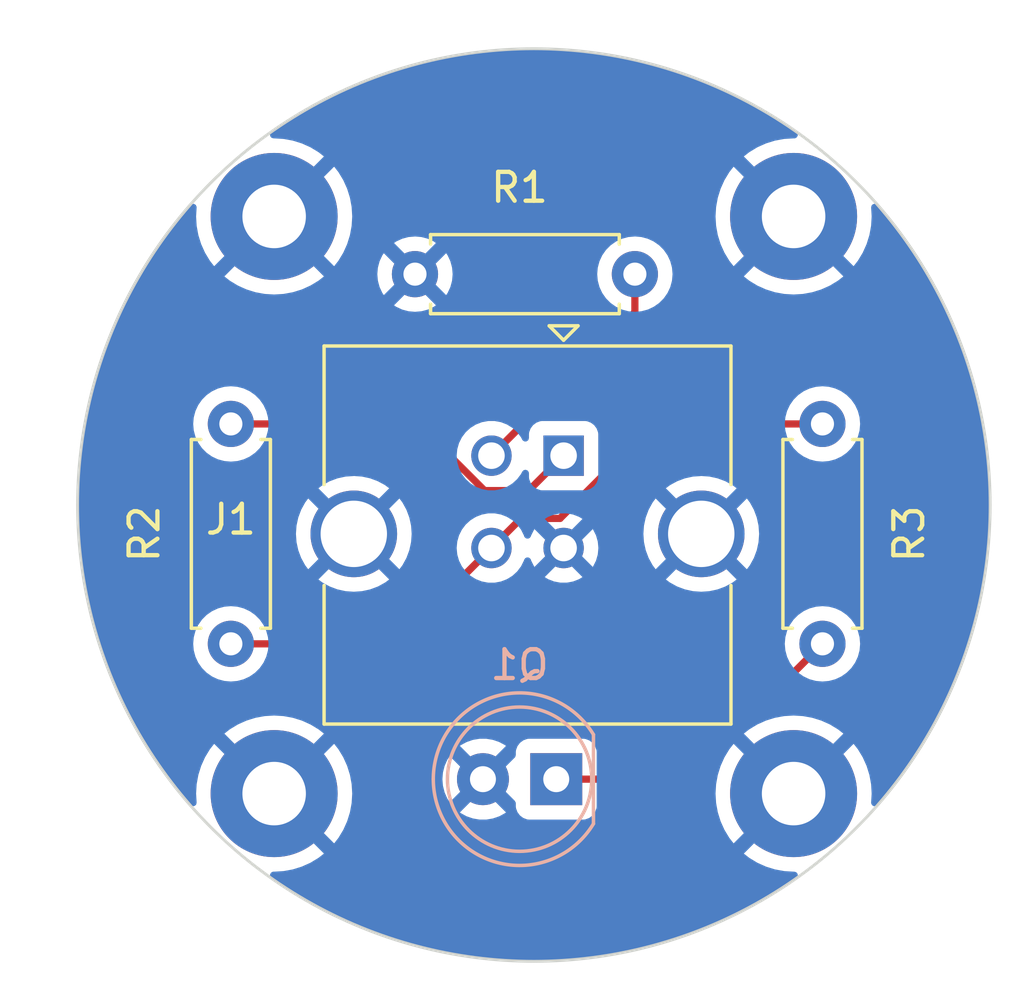
<source format=kicad_pcb>
(kicad_pcb (version 20221018) (generator pcbnew)
  (layers (0 "F.Cu" signal) (31 "B.Cu" signal) (34 "B.Paste" user) (35 "F.Paste" user) (36 "B.SilkS" user "B.Silkscreen") (37 "F.SilkS" user "F.Silkscreen") (38 "B.Mask" user) (39 "F.Mask" user) (44 "Edge.Cuts" user))
  (net 0 "")
  (net 1 "GND")
  (net 2 "+5V")
  (net 3 "Net-(Q1-C)")
  (net 4 "Net-(J1-D-)")
  (net 5 "Net-(J1-D+)")
  (footprint "Resistor_THT:R_Axial_DIN0207_L6.3mm_D2.5mm_P7.62mm_Horizontal" (layer "F.Cu") (at 138 79.31 90)
    (fp_text reference "R3" (at 3.81 3 90) (layer "F.SilkS"))
    (fp_text value "1k")
    (fp_line (start 0.54 -1.37) (end 7.08 -1.37) (stroke (width 0.12)) (layer "F.SilkS"))
    (fp_line (start 0.54 -1.04) (end 0.54 -1.37) (stroke (width 0.12)) (layer "F.SilkS"))
    (fp_line (start 0.54 1.04) (end 0.54 1.37) (stroke (width 0.12)) (layer "F.SilkS"))
    (fp_line (start 0.54 1.37) (end 7.08 1.37) (stroke (width 0.12)) (layer "F.SilkS"))
    (fp_line (start 7.08 -1.37) (end 7.08 -1.04) (stroke (width 0.12)) (layer "F.SilkS"))
    (fp_line (start 7.08 1.37) (end 7.08 1.04) (stroke (width 0.12)) (layer "F.SilkS"))
    (pad "1" thru_hole circle (at 0 0 90) (size 1.6 1.6) (drill 0.8) (layers "*.Cu" "*.Mask") (net 3 "Net-(Q1-C)"))
    (pad "2" thru_hole oval (at 7.62 0 90) (size 1.6 1.6) (drill 0.8) (layers "*.Cu" "*.Mask") (net 5 "Net-(J1-D+)"))
  )
  (footprint "MountingHole:MountingHole_2.2mm_M2_Pad" (layer "F.Cu") (at 137 64.5)
    (fp_text reference "H2" hide)
    (fp_text value "MountingHole_Pad")
    (pad "1" thru_hole circle (at 0 0) (size 4.4 4.4) (drill 2.2) (layers "*.Cu" "*.Mask") (net 1 "GND"))
  )
  (footprint "MountingHole:MountingHole_2.2mm_M2_Pad" (layer "F.Cu") (at 119 64.5)
    (fp_text reference "H1" hide)
    (fp_text value "MountingHole_Pad")
    (pad "1" thru_hole circle (at 0 0) (size 4.4 4.4) (drill 2.2) (layers "*.Cu" "*.Mask") (net 1 "GND"))
  )
  (footprint "MountingHole:MountingHole_2.2mm_M2_Pad" (layer "F.Cu") (at 119 84.5)
    (fp_text reference "H3" hide)
    (fp_text value "MountingHole_Pad")
    (pad "1" thru_hole circle (at 0 0) (size 4.4 4.4) (drill 2.2) (layers "*.Cu" "*.Mask") (net 1 "GND"))
  )
  (footprint "MountingHole:MountingHole_2.2mm_M2_Pad" (layer "F.Cu") (at 137 84.5)
    (fp_text reference "H4" hide)
    (fp_text value "MountingHole_Pad")
    (pad "1" thru_hole circle (at 0 0) (size 4.4 4.4) (drill 2.2) (layers "*.Cu" "*.Mask") (net 1 "GND"))
  )
  (footprint "Resistor_THT:R_Axial_DIN0207_L6.3mm_D2.5mm_P7.62mm_Horizontal" (layer "F.Cu") (at 117.5 79.31 90)
    (fp_text reference "R2" (at 3.81 -3 90) (layer "F.SilkS"))
    (fp_text value "1k")
    (fp_line (start 0.54 -1.37) (end 7.08 -1.37) (stroke (width 0.12)) (layer "F.SilkS"))
    (fp_line (start 0.54 -1.04) (end 0.54 -1.37) (stroke (width 0.12)) (layer "F.SilkS"))
    (fp_line (start 0.54 1.04) (end 0.54 1.37) (stroke (width 0.12)) (layer "F.SilkS"))
    (fp_line (start 0.54 1.37) (end 7.08 1.37) (stroke (width 0.12)) (layer "F.SilkS"))
    (fp_line (start 7.08 -1.37) (end 7.08 -1.04) (stroke (width 0.12)) (layer "F.SilkS"))
    (fp_line (start 7.08 1.37) (end 7.08 1.04) (stroke (width 0.12)) (layer "F.SilkS"))
    (pad "1" thru_hole circle (at 0 0 90) (size 1.6 1.6) (drill 0.8) (layers "*.Cu" "*.Mask") (net 5 "Net-(J1-D+)"))
    (pad "2" thru_hole oval (at 7.62 0 90) (size 1.6 1.6) (drill 0.8) (layers "*.Cu" "*.Mask") (net 2 "+5V"))
  )
  (footprint "Resistor_THT:R_Axial_DIN0207_L6.3mm_D2.5mm_P7.62mm_Horizontal" (layer "F.Cu") (at 123.88 66.5)
    (fp_text reference "R1" (at 3.62 -3) (layer "F.SilkS"))
    (fp_text value "1k")
    (fp_line (start 0.54 -1.37) (end 7.08 -1.37) (stroke (width 0.12)) (layer "F.SilkS"))
    (fp_line (start 0.54 -1.04) (end 0.54 -1.37) (stroke (width 0.12)) (layer "F.SilkS"))
    (fp_line (start 0.54 1.04) (end 0.54 1.37) (stroke (width 0.12)) (layer "F.SilkS"))
    (fp_line (start 0.54 1.37) (end 7.08 1.37) (stroke (width 0.12)) (layer "F.SilkS"))
    (fp_line (start 7.08 -1.37) (end 7.08 -1.04) (stroke (width 0.12)) (layer "F.SilkS"))
    (fp_line (start 7.08 1.37) (end 7.08 1.04) (stroke (width 0.12)) (layer "F.SilkS"))
    (pad "1" thru_hole circle (at 0 0) (size 1.6 1.6) (drill 0.8) (layers "*.Cu" "*.Mask") (net 1 "GND"))
    (pad "2" thru_hole oval (at 7.62 0) (size 1.6 1.6) (drill 0.8) (layers "*.Cu" "*.Mask") (net 4 "Net-(J1-D-)"))
  )
  (footprint "Connector_USB:USB_B_TE_5787834_Vertical" (layer "F.Cu") (at 129.03 72.79)
    (fp_text reference "J1" (at -11.53 2.21) (layer "F.SilkS"))
    (fp_text value "USB_B")
    (fp_line (start -8.3 -3.8) (end 5.8 -3.8) (stroke (width 0.12)) (layer "F.SilkS"))
    (fp_line (start -8.3 1) (end -8.3 -3.8) (stroke (width 0.12)) (layer "F.SilkS"))
    (fp_line (start -8.3 9.3) (end -8.3 4.5) (stroke (width 0.12)) (layer "F.SilkS"))
    (fp_line (start -0.5 -4.5) (end 0 -4) (stroke (width 0.12)) (layer "F.SilkS"))
    (fp_line (start 0 -4) (end 0.5 -4.5) (stroke (width 0.12)) (layer "F.SilkS"))
    (fp_line (start 0.5 -4.5) (end -0.5 -4.5) (stroke (width 0.12)) (layer "F.SilkS"))
    (fp_line (start 5.8 -3.8) (end 5.8 1) (stroke (width 0.12)) (layer "F.SilkS"))
    (fp_line (start 5.8 4.5) (end 5.8 9.3) (stroke (width 0.12)) (layer "F.SilkS"))
    (fp_line (start 5.8 9.3) (end -8.3 9.3) (stroke (width 0.12)) (layer "F.SilkS"))
    (pad "1" thru_hole rect (at 0 0) (size 1.4 1.4) (drill 0.92) (layers "*.Cu" "*.Mask") (net 2 "+5V"))
    (pad "2" thru_hole circle (at -2.5 0) (size 1.4 1.4) (drill 0.92) (layers "*.Cu" "*.Mask") (net 4 "Net-(J1-D-)"))
    (pad "3" thru_hole circle (at -2.5 3.2) (size 1.4 1.4) (drill 0.92) (layers "*.Cu" "*.Mask") (net 5 "Net-(J1-D+)"))
    (pad "4" thru_hole circle (at 0 3.2) (size 1.4 1.4) (drill 0.92) (layers "*.Cu" "*.Mask") (net 1 "GND"))
    (pad "5" thru_hole circle (at -7.27 2.71) (size 3 3) (drill 2.3) (layers "*.Cu" "*.Mask") (net 1 "GND"))
    (pad "5" thru_hole circle (at 4.77 2.71) (size 3 3) (drill 2.3) (layers "*.Cu" "*.Mask") (net 1 "GND"))
  )
  (footprint "LED_THT:LED_D5.0mm" (layer "B.Cu") (at 128.775 84 180)
    (fp_text reference "Q1" (at 1.27 3.96) (layer "B.SilkS") (effects (justify mirror)))
    (fp_text value "Q_Photo_NPN")
    (fp_line (start -1.29 1.545) (end -1.29 -1.545) (stroke (width 0.12)) (layer "B.SilkS"))
    (fp_arc (start -1.29 -1.54483) (mid 2.072002 -2.880433) (end 4.26 0.000462) (stroke (width 0.12)) (layer "B.SilkS"))
    (fp_arc (start 4.26 -0.000462) (mid 2.072002 2.880433) (end -1.29 1.54483) (stroke (width 0.12)) (layer "B.SilkS"))
    (fp_circle (center 1.27 0) (end 3.77 0) (stroke (width 0.12)) (fill none) (layer "B.SilkS"))
    (pad "1" thru_hole rect (at 0 0 180) (size 1.8 1.8) (drill 0.9) (layers "*.Cu" "*.Mask") (net 3 "Net-(Q1-C)"))
    (pad "2" thru_hole circle (at 2.54 0 180) (size 1.8 1.8) (drill 0.9) (layers "*.Cu" "*.Mask") (net 1 "GND"))
  )
  (gr_circle (center 128 74.5) (end 141 83.5) (stroke (width 0.1)) (fill none) (layer "Edge.Cuts"))
  (segment (start 123.980431 71.69) (end 126.290431 74) (width 0.25) (layer "F.Cu") (net 2))
  (segment (start 127.82 74) (end 129.03 72.79) (width 0.25) (layer "F.Cu") (net 2))
  (segment (start 117.5 71.69) (end 123.980431 71.69) (width 0.25) (layer "F.Cu") (net 2))
  (segment (start 126.290431 74) (end 127.82 74) (width 0.25) (layer "F.Cu") (net 2))
  (segment (start 128.775 84) (end 133.31 84) (width 0.25) (layer "F.Cu") (net 3))
  (segment (start 133.31 84) (end 138 79.31) (width 0.25) (layer "F.Cu") (net 3))
  (segment (start 131.5 66.5) (end 131.5 67.82) (width 0.25) (layer "F.Cu") (net 4))
  (segment (start 131.5 67.82) (end 126.53 72.79) (width 0.25) (layer "F.Cu") (net 4))
  (segment (start 117.5 79.31) (end 123.21 79.31) (width 0.25) (layer "F.Cu") (net 5))
  (segment (start 127.555 74.965) (end 126.53 75.99) (width 0.25) (layer "F.Cu") (net 5))
  (segment (start 132.18 71.69) (end 128.905 74.965) (width 0.25) (layer "F.Cu") (net 5))
  (segment (start 123.21 79.31) (end 126.53 75.99) (width 0.25) (layer "F.Cu") (net 5))
  (segment (start 138 71.69) (end 132.18 71.69) (width 0.25) (layer "F.Cu") (net 5))
  (segment (start 128.905 74.965) (end 127.555 74.965) (width 0.25) (layer "F.Cu") (net 5))
  (zone (net 1) (net_name "GND") (layer "B.Cu") (connect_pads (clearance 0.5)) (min_thickness 0.25) (fill yes (thermal_gap 0.5) (thermal_bridge_width 0.5))
    (polygon (pts (xy 109.5 57) (xy 145 57) (xy 145 91) (xy 109.5 91)))
  )
)
</source>
